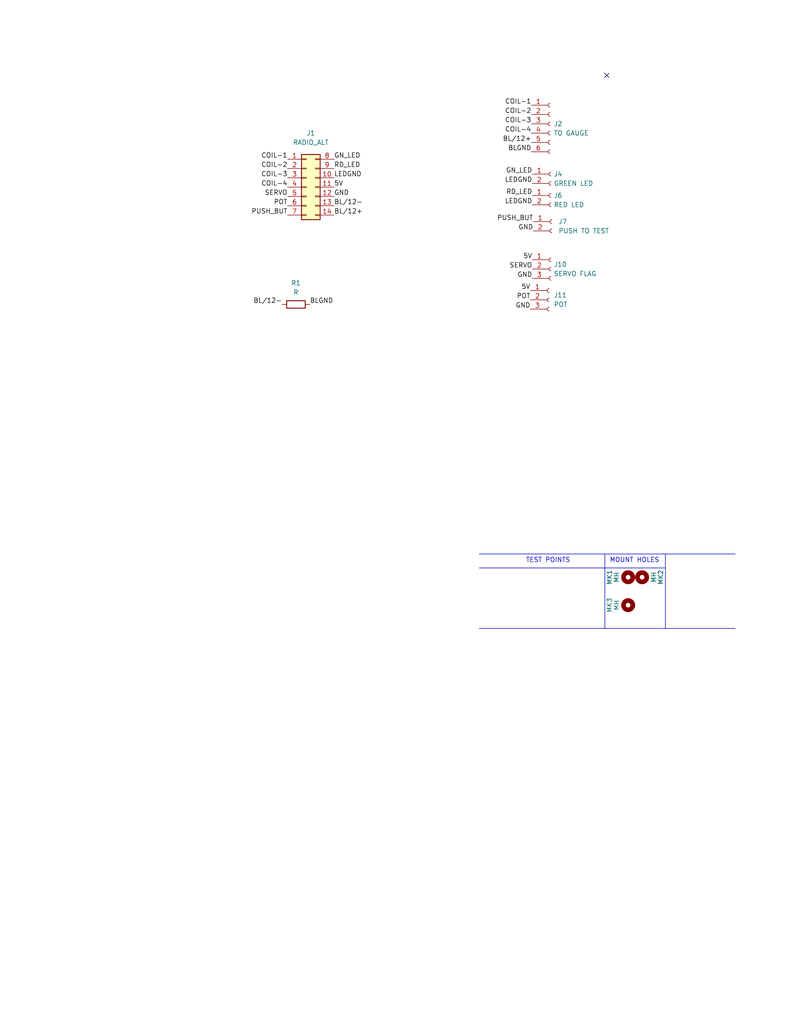
<source format=kicad_sch>
(kicad_sch (version 20230121) (generator eeschema)
  (paper "A" portrait)
  (title_block (title "Radar Altimeter Controller") (date "2021-10-30") (rev "1") (company "OpenHornet") (comment 1 "CC BY-NC-SA"))
  (lib_symbols
    (symbol "Connector:Conn_01x02_Female" (pin_names (offset 1.016) hide)
      (property "Reference" "J" (at 0 2.54 0))
      (property "Value" "Conn_01x02_Female" (at 0 -5.08 0))
      (symbol "Conn_01x02_Female_1_1"
        (arc (start 0 -2.032) (mid -0.5058 -2.54) (end 0 -3.048) (stroke (width 0.1524)))
        (polyline (pts (xy -1.27 -2.54) (xy -0.508 -2.54)) (stroke (width 0.1524)))
        (polyline (pts (xy -1.27 0) (xy -0.508 0)) (stroke (width 0.1524)))
        (arc (start 0 0.508) (mid -0.5058 0) (end 0 -0.508) (stroke (width 0.1524)))
        (pin passive line (at -5.08 0 0) (length 3.81) (name "Pin_1") (number "1"))
        (pin passive line (at -5.08 -2.54 0) (length 3.81) (name "Pin_2") (number "2"))
      )
    )
    (symbol "Connector:Conn_01x03_Female" (pin_names (offset 1.016) hide)
      (property "Reference" "J" (at 0 5.08 0))
      (property "Value" "Conn_01x03_Female" (at 0 -5.08 0))
      (symbol "Conn_01x03_Female_1_1"
        (arc (start 0 -2.032) (mid -0.5058 -2.54) (end 0 -3.048) (stroke (width 0.1524)))
        (polyline (pts (xy -1.27 -2.54) (xy -0.508 -2.54)) (stroke (width 0.1524)))
        (polyline (pts (xy -1.27 0) (xy -0.508 0)) (stroke (width 0.1524)))
        (polyline (pts (xy -1.27 2.54) (xy -0.508 2.54)) (stroke (width 0.1524)))
        (arc (start 0 0.508) (mid -0.5058 0) (end 0 -0.508) (stroke (width 0.1524)))
        (arc (start 0 3.048) (mid -0.5058 2.54) (end 0 2.032) (stroke (width 0.1524)))
        (pin passive line (at -5.08 2.54 0) (length 3.81) (name "Pin_1") (number "1"))
        (pin passive line (at -5.08 0 0) (length 3.81) (name "Pin_2") (number "2"))
        (pin passive line (at -5.08 -2.54 0) (length 3.81) (name "Pin_3") (number "3"))
      )
    )
    (symbol "Connector:Conn_01x06_Female" (pin_names (offset 1.016) hide)
      (property "Reference" "J" (at 0 7.62 0))
      (property "Value" "Conn_01x06_Female" (at 0 -10.16 0))
      (symbol "Conn_01x06_Female_1_1"
        (arc (start 0 -7.112) (mid -0.5058 -7.62) (end 0 -8.128) (stroke (width 0.1524)))
        (arc (start 0 -4.572) (mid -0.5058 -5.08) (end 0 -5.588) (stroke (width 0.1524)))
        (arc (start 0 -2.032) (mid -0.5058 -2.54) (end 0 -3.048) (stroke (width 0.1524)))
        (polyline (pts (xy -1.27 -7.62) (xy -0.508 -7.62)) (stroke (width 0.1524)))
        (polyline (pts (xy -1.27 -5.08) (xy -0.508 -5.08)) (stroke (width 0.1524)))
        (polyline (pts (xy -1.27 -2.54) (xy -0.508 -2.54)) (stroke (width 0.1524)))
        (polyline (pts (xy -1.27 0) (xy -0.508 0)) (stroke (width 0.1524)))
        (polyline (pts (xy -1.27 2.54) (xy -0.508 2.54)) (stroke (width 0.1524)))
        (polyline (pts (xy -1.27 5.08) (xy -0.508 5.08)) (stroke (width 0.1524)))
        (arc (start 0 0.508) (mid -0.5058 0) (end 0 -0.508) (stroke (width 0.1524)))
        (arc (start 0 3.048) (mid -0.5058 2.54) (end 0 2.032) (stroke (width 0.1524)))
        (arc (start 0 5.588) (mid -0.5058 5.08) (end 0 4.572) (stroke (width 0.1524)))
        (pin passive line (at -5.08 5.08 0) (length 3.81) (name "Pin_1") (number "1"))
        (pin passive line (at -5.08 2.54 0) (length 3.81) (name "Pin_2") (number "2"))
        (pin passive line (at -5.08 0 0) (length 3.81) (name "Pin_3") (number "3"))
        (pin passive line (at -5.08 -2.54 0) (length 3.81) (name "Pin_4") (number "4"))
        (pin passive line (at -5.08 -5.08 0) (length 3.81) (name "Pin_5") (number "5"))
        (pin passive line (at -5.08 -7.62 0) (length 3.81) (name "Pin_6") (number "6"))
      )
    )
    (symbol "Connector_Generic:Conn_02x07_Top_Bottom" (pin_names (offset 1.016) hide)
      (property "Reference" "J" (at 1.27 10.16 0))
      (property "Value" "Conn_02x07_Top_Bottom" (at 1.27 -10.16 0))
      (symbol "Conn_02x07_Top_Bottom_1_1"
        (rectangle (start -1.27 -7.493) (end 0 -7.747) (stroke (width 0.1524)))
        (rectangle (start -1.27 -4.953) (end 0 -5.207) (stroke (width 0.1524)))
        (rectangle (start -1.27 -2.413) (end 0 -2.667) (stroke (width 0.1524)))
        (rectangle (start -1.27 0.127) (end 0 -0.127) (stroke (width 0.1524)))
        (rectangle (start -1.27 2.667) (end 0 2.413) (stroke (width 0.1524)))
        (rectangle (start -1.27 5.207) (end 0 4.953) (stroke (width 0.1524)))
        (rectangle (start -1.27 7.747) (end 0 7.493) (stroke (width 0.1524)))
        (rectangle (start -1.27 8.89) (end 3.81 -8.89) (stroke (width 0.254)) (fill (type background)))
        (rectangle (start 3.81 -7.493) (end 2.54 -7.747) (stroke (width 0.1524)))
        (rectangle (start 3.81 -4.953) (end 2.54 -5.207) (stroke (width 0.1524)))
        (rectangle (start 3.81 -2.413) (end 2.54 -2.667) (stroke (width 0.1524)))
        (rectangle (start 3.81 0.127) (end 2.54 -0.127) (stroke (width 0.1524)))
        (rectangle (start 3.81 2.667) (end 2.54 2.413) (stroke (width 0.1524)))
        (rectangle (start 3.81 5.207) (end 2.54 4.953) (stroke (width 0.1524)))
        (rectangle (start 3.81 7.747) (end 2.54 7.493) (stroke (width 0.1524)))
        (pin passive line (at -5.08 7.62 0) (length 3.81) (name "Pin_1") (number "1"))
        (pin passive line (at 7.62 2.54 180) (length 3.81) (name "Pin_10") (number "10"))
        (pin passive line (at 7.62 0 180) (length 3.81) (name "Pin_11") (number "11"))
        (pin passive line (at 7.62 -2.54 180) (length 3.81) (name "Pin_12") (number "12"))
        (pin passive line (at 7.62 -5.08 180) (length 3.81) (name "Pin_13") (number "13"))
        (pin passive line (at 7.62 -7.62 180) (length 3.81) (name "Pin_14") (number "14"))
        (pin passive line (at -5.08 5.08 0) (length 3.81) (name "Pin_2") (number "2"))
        (pin passive line (at -5.08 2.54 0) (length 3.81) (name "Pin_3") (number "3"))
        (pin passive line (at -5.08 0 0) (length 3.81) (name "Pin_4") (number "4"))
        (pin passive line (at -5.08 -2.54 0) (length 3.81) (name "Pin_5") (number "5"))
        (pin passive line (at -5.08 -5.08 0) (length 3.81) (name "Pin_6") (number "6"))
        (pin passive line (at -5.08 -7.62 0) (length 3.81) (name "Pin_7") (number "7"))
        (pin passive line (at 7.62 7.62 180) (length 3.81) (name "Pin_8") (number "8"))
        (pin passive line (at 7.62 5.08 180) (length 3.81) (name "Pin_9") (number "9"))
      )
    )
    (symbol "Device:R" (pin_numbers hide) (pin_names (offset 0))
      (property "Reference" "R" (at 2.032 0 90))
      (property "Value" "R" (at 0 0 90))
      (symbol "R_0_1"
        (rectangle (start -1.016 -2.54) (end 1.016 2.54) (stroke (width 0.254)))
      )
      (symbol "R_1_1"
        (pin passive line (at 0 3.81 270) (length 1.27) (name "~") (number "1"))
        (pin passive line (at 0 -3.81 90) (length 1.27) (name "~") (number "2"))
      )
    )
    (symbol "Mechanical:MountingHole" (pin_names (offset 1.016))
      (property "Reference" "H" (at 0 5.08 0))
      (property "Value" "MountingHole" (at 0 3.175 0))
      (symbol "MountingHole_0_1"
        (circle (center 0 0) (radius 1.27) (stroke (width 1.27)))
      )
    )
  )
  (no_connect (at 165.608 20.574))
  (polyline (pts (xy 181.61 151.13) (xy 181.61 171.45)))
  (polyline (pts (xy 130.81 171.45) (xy 200.66 171.45)))
  (polyline (pts (xy 130.81 151.13) (xy 200.66 151.13)))
  (polyline (pts (xy 130.81 154.94) (xy 181.61 154.94)))
  (polyline (pts (xy 165.1 151.13) (xy 165.1 171.45)))
  (text "MOUNT HOLES" (at 166.37 153.67 0) (effects (font (size 1.27 1.27)) (justify left bottom)))
  (text "TEST POINTS" (at 143.51 153.67 0) (effects (font (size 1.27 1.27)) (justify left bottom)))
  (label "BL{slash}12+" (at 91.186 58.674 0))
  (label "LEDGND" (at 91.186 48.514 0))
  (label "COIL-1" (at 78.486 43.434 180))
  (label "GND" (at 144.78 84.328 180))
  (label "PUSH_BUT" (at 145.542 60.452 180))
  (label "BL{slash}12+" (at 145.034 38.862 180))
  (label "POT" (at 78.486 56.134 180))
  (label "5V" (at 91.186 51.054 0))
  (label "COIL-3" (at 78.486 48.514 180))
  (label "GN_LED" (at 91.186 43.434 0))
  (label "BL{slash}12-" (at 91.186 56.134 0))
  (label "BLGND" (at 84.582 83.058 0))
  (label "POT" (at 144.78 81.788 180))
  (label "PUSH_BUT" (at 78.486 58.674 180))
  (label "5V" (at 145.288 70.866 180))
  (label "SERVO" (at 78.486 53.594 180))
  (label "LEDGND" (at 145.288 55.88 180))
  (label "LEDGND" (at 145.288 50.038 180))
  (label "GND" (at 145.542 62.992 180))
  (label "COIL-2" (at 78.486 45.974 180))
  (label "BLGND" (at 145.034 41.402 180))
  (label "RD_LED" (at 145.288 53.34 180))
  (label "GND" (at 91.186 53.594 0))
  (label "COIL-4" (at 145.034 36.322 180))
  (label "GND" (at 145.288 75.946 180))
  (label "5V" (at 144.78 79.248 180))
  (label "COIL-2" (at 145.034 31.242 180))
  (label "COIL-1" (at 145.034 28.702 180))
  (label "COIL-3" (at 145.034 33.782 180))
  (label "SERVO" (at 145.288 73.406 180))
  (label "GN_LED" (at 145.288 47.498 180))
  (label "RD_LED" (at 91.186 45.974 0))
  (label "BL{slash}12-" (at 76.962 83.058 180))
  (label "COIL-4" (at 78.486 51.054 180))
  (symbol (lib_id "Mechanical:MountingHole") (at 171.45 157.48 90) (unit 1)
    (property "Reference" "MK1" (at 166.37 157.48 0))
    (property "Value" "MH" (at 168.275 157.48 0))
    (property "Footprint" "MountingHole:MountingHole_2.5mm" (effects hide))
  )
  (symbol (lib_id "Mechanical:MountingHole") (at 171.45 165.1 90) (unit 1)
    (property "Reference" "MK3" (at 166.37 165.1 0))
    (property "Value" "MH" (at 168.275 165.1 0))
    (property "Footprint" "MountingHole:MountingHole_2.5mm" (effects hide))
  )
  (symbol (lib_id "Mechanical:MountingHole") (at 175.26 157.48 270) (unit 1)
    (property "Reference" "MK2" (at 180.34 157.48 0))
    (property "Value" "MH" (at 178.435 157.48 0))
    (property "Footprint" "MountingHole:MountingHole_2.5mm" (effects hide))
  )
  (symbol (lib_id "Connector:Conn_01x06_Female") (at 150.114 33.782 0) (unit 1)
    (property "Reference" "J2" (at 151.13 33.7819 0) (effects (justify left)))
    (property "Value" "TO GAUGE" (at 151.13 36.3219 0) (effects (justify left)))
    (property "Footprint" "Connector_Molex:Molex_KK-254_AE-6410-06A_1x06_P2.54mm_Vertical" (effects hide))
  )
  (symbol (lib_id "Connector:Conn_01x03_Female") (at 149.86 81.788 0) (unit 1)
    (property "Reference" "J11" (at 151.13 80.5179 0) (effects (justify left)))
    (property "Value" "POT" (at 151.13 83.0579 0) (effects (justify left)))
    (property "Footprint" "Connector_Molex:Molex_KK-254_AE-6410-03A_1x03_P2.54mm_Vertical" (effects hide))
  )
  (symbol (lib_id "Device:R") (at 80.772 83.058 90) (unit 1)
    (property "Reference" "R1" (at 80.772 77.216 90))
    (property "Value" "R" (at 80.772 79.756 90))
    (property "Footprint" "Resistor_THT:R_Axial_DIN0204_L3.6mm_D1.6mm_P2.54mm_Vertical" (effects hide))
  )
  (symbol (lib_id "Connector:Conn_01x02_Female") (at 150.622 60.452 0) (unit 1)
    (property "Reference" "J7" (at 152.4 60.4519 0) (effects (justify left)))
    (property "Value" "PUSH TO TEST" (at 152.4 62.9919 0) (effects (justify left)))
    (property "Footprint" "Connector_Molex:Molex_KK-254_AE-6410-02A_1x02_P2.54mm_Vertical" (effects hide))
  )
  (symbol (lib_id "Connector:Conn_01x02_Female") (at 150.368 53.34 0) (unit 1)
    (property "Reference" "J6" (at 151.13 53.3399 0) (effects (justify left)))
    (property "Value" "RED LED" (at 151.13 55.8799 0) (effects (justify left)))
    (property "Footprint" "Connector_Molex:Molex_KK-254_AE-6410-02A_1x02_P2.54mm_Vertical" (effects hide))
  )
  (symbol (lib_id "Connector:Conn_01x02_Female") (at 150.368 47.498 0) (unit 1)
    (property "Reference" "J4" (at 151.13 47.4979 0) (effects (justify left)))
    (property "Value" "GREEN LED" (at 151.13 50.0379 0) (effects (justify left)))
    (property "Footprint" "Connector_Molex:Molex_KK-254_AE-6410-02A_1x02_P2.54mm_Vertical" (effects hide))
  )
  (symbol (lib_id "Connector_Generic:Conn_02x07_Top_Bottom") (at 83.566 51.054 0) (unit 1)
    (property "Reference" "J1" (at 84.836 36.322 0))
    (property "Value" "RADIO_ALT" (at 84.836 38.862 0))
    (property "Footprint" "Connector_IDC:IDC-Header_2x07_P2.54mm_Vertical" (effects hide))
  )
  (symbol (lib_id "Connector:Conn_01x03_Female") (at 150.368 73.406 0) (unit 1)
    (property "Reference" "J10" (at 151.13 72.1359 0) (effects (justify left)))
    (property "Value" "SERVO FLAG" (at 151.13 74.6759 0) (effects (justify left)))
    (property "Footprint" "Connector_Molex:Molex_KK-254_AE-6410-03A_1x03_P2.54mm_Vertical" (effects hide))
  )
)
</source>
